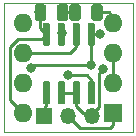
<source format=gtl>
G04 #@! TF.GenerationSoftware,KiCad,Pcbnew,5.1.2-f72e74a~84~ubuntu16.04.1*
G04 #@! TF.CreationDate,2019-06-06T19:13:55+02:00*
G04 #@! TF.ProjectId,rs232-rs485,72733233-322d-4727-9334-38352e6b6963,1.0*
G04 #@! TF.SameCoordinates,Original*
G04 #@! TF.FileFunction,Copper,L1,Top*
G04 #@! TF.FilePolarity,Positive*
%FSLAX46Y46*%
G04 Gerber Fmt 4.6, Leading zero omitted, Abs format (unit mm)*
G04 Created by KiCad (PCBNEW 5.1.2-f72e74a~84~ubuntu16.04.1) date 2019-06-06 19:13:55*
%MOMM*%
%LPD*%
G04 APERTURE LIST*
%ADD10C,0.050000*%
%ADD11O,1.350000X1.350000*%
%ADD12R,1.350000X1.350000*%
%ADD13C,0.100000*%
%ADD14C,0.975000*%
%ADD15C,0.600000*%
%ADD16O,1.600000X1.600000*%
%ADD17R,1.600000X1.600000*%
%ADD18C,0.800000*%
%ADD19C,0.250000*%
G04 APERTURE END LIST*
D10*
X125603000Y-108839000D02*
X125476000Y-108839000D01*
X125476000Y-108712000D02*
X125476000Y-108839000D01*
X125476000Y-97917000D02*
X125603000Y-97917000D01*
X136398000Y-97917000D02*
X136271000Y-97917000D01*
X136271000Y-108839000D02*
X136398000Y-108839000D01*
X136271000Y-108839000D02*
X125603000Y-108839000D01*
X136398000Y-97917000D02*
X136398000Y-108839000D01*
X125603000Y-97917000D02*
X136271000Y-97917000D01*
X125476000Y-108712000D02*
X125476000Y-97917000D01*
D11*
X132930400Y-107467400D03*
X130930400Y-107467400D03*
D12*
X128930400Y-107467400D03*
D13*
G36*
X131791142Y-97980174D02*
G01*
X131814803Y-97983684D01*
X131838007Y-97989496D01*
X131860529Y-97997554D01*
X131882153Y-98007782D01*
X131902670Y-98020079D01*
X131921883Y-98034329D01*
X131939607Y-98050393D01*
X131955671Y-98068117D01*
X131969921Y-98087330D01*
X131982218Y-98107847D01*
X131992446Y-98129471D01*
X132000504Y-98151993D01*
X132006316Y-98175197D01*
X132009826Y-98198858D01*
X132011000Y-98222750D01*
X132011000Y-99135250D01*
X132009826Y-99159142D01*
X132006316Y-99182803D01*
X132000504Y-99206007D01*
X131992446Y-99228529D01*
X131982218Y-99250153D01*
X131969921Y-99270670D01*
X131955671Y-99289883D01*
X131939607Y-99307607D01*
X131921883Y-99323671D01*
X131902670Y-99337921D01*
X131882153Y-99350218D01*
X131860529Y-99360446D01*
X131838007Y-99368504D01*
X131814803Y-99374316D01*
X131791142Y-99377826D01*
X131767250Y-99379000D01*
X131279750Y-99379000D01*
X131255858Y-99377826D01*
X131232197Y-99374316D01*
X131208993Y-99368504D01*
X131186471Y-99360446D01*
X131164847Y-99350218D01*
X131144330Y-99337921D01*
X131125117Y-99323671D01*
X131107393Y-99307607D01*
X131091329Y-99289883D01*
X131077079Y-99270670D01*
X131064782Y-99250153D01*
X131054554Y-99228529D01*
X131046496Y-99206007D01*
X131040684Y-99182803D01*
X131037174Y-99159142D01*
X131036000Y-99135250D01*
X131036000Y-98222750D01*
X131037174Y-98198858D01*
X131040684Y-98175197D01*
X131046496Y-98151993D01*
X131054554Y-98129471D01*
X131064782Y-98107847D01*
X131077079Y-98087330D01*
X131091329Y-98068117D01*
X131107393Y-98050393D01*
X131125117Y-98034329D01*
X131144330Y-98020079D01*
X131164847Y-98007782D01*
X131186471Y-97997554D01*
X131208993Y-97989496D01*
X131232197Y-97983684D01*
X131255858Y-97980174D01*
X131279750Y-97979000D01*
X131767250Y-97979000D01*
X131791142Y-97980174D01*
X131791142Y-97980174D01*
G37*
D14*
X131523500Y-98679000D03*
D13*
G36*
X133666142Y-97980174D02*
G01*
X133689803Y-97983684D01*
X133713007Y-97989496D01*
X133735529Y-97997554D01*
X133757153Y-98007782D01*
X133777670Y-98020079D01*
X133796883Y-98034329D01*
X133814607Y-98050393D01*
X133830671Y-98068117D01*
X133844921Y-98087330D01*
X133857218Y-98107847D01*
X133867446Y-98129471D01*
X133875504Y-98151993D01*
X133881316Y-98175197D01*
X133884826Y-98198858D01*
X133886000Y-98222750D01*
X133886000Y-99135250D01*
X133884826Y-99159142D01*
X133881316Y-99182803D01*
X133875504Y-99206007D01*
X133867446Y-99228529D01*
X133857218Y-99250153D01*
X133844921Y-99270670D01*
X133830671Y-99289883D01*
X133814607Y-99307607D01*
X133796883Y-99323671D01*
X133777670Y-99337921D01*
X133757153Y-99350218D01*
X133735529Y-99360446D01*
X133713007Y-99368504D01*
X133689803Y-99374316D01*
X133666142Y-99377826D01*
X133642250Y-99379000D01*
X133154750Y-99379000D01*
X133130858Y-99377826D01*
X133107197Y-99374316D01*
X133083993Y-99368504D01*
X133061471Y-99360446D01*
X133039847Y-99350218D01*
X133019330Y-99337921D01*
X133000117Y-99323671D01*
X132982393Y-99307607D01*
X132966329Y-99289883D01*
X132952079Y-99270670D01*
X132939782Y-99250153D01*
X132929554Y-99228529D01*
X132921496Y-99206007D01*
X132915684Y-99182803D01*
X132912174Y-99159142D01*
X132911000Y-99135250D01*
X132911000Y-98222750D01*
X132912174Y-98198858D01*
X132915684Y-98175197D01*
X132921496Y-98151993D01*
X132929554Y-98129471D01*
X132939782Y-98107847D01*
X132952079Y-98087330D01*
X132966329Y-98068117D01*
X132982393Y-98050393D01*
X133000117Y-98034329D01*
X133019330Y-98020079D01*
X133039847Y-98007782D01*
X133061471Y-97997554D01*
X133083993Y-97989496D01*
X133107197Y-97983684D01*
X133130858Y-97980174D01*
X133154750Y-97979000D01*
X133642250Y-97979000D01*
X133666142Y-97980174D01*
X133666142Y-97980174D01*
G37*
D14*
X133398500Y-98679000D03*
D13*
G36*
X129259703Y-99550722D02*
G01*
X129274264Y-99552882D01*
X129288543Y-99556459D01*
X129302403Y-99561418D01*
X129315710Y-99567712D01*
X129328336Y-99575280D01*
X129340159Y-99584048D01*
X129351066Y-99593934D01*
X129360952Y-99604841D01*
X129369720Y-99616664D01*
X129377288Y-99629290D01*
X129383582Y-99642597D01*
X129388541Y-99656457D01*
X129392118Y-99670736D01*
X129394278Y-99685297D01*
X129395000Y-99700000D01*
X129395000Y-101350000D01*
X129394278Y-101364703D01*
X129392118Y-101379264D01*
X129388541Y-101393543D01*
X129383582Y-101407403D01*
X129377288Y-101420710D01*
X129369720Y-101433336D01*
X129360952Y-101445159D01*
X129351066Y-101456066D01*
X129340159Y-101465952D01*
X129328336Y-101474720D01*
X129315710Y-101482288D01*
X129302403Y-101488582D01*
X129288543Y-101493541D01*
X129274264Y-101497118D01*
X129259703Y-101499278D01*
X129245000Y-101500000D01*
X128945000Y-101500000D01*
X128930297Y-101499278D01*
X128915736Y-101497118D01*
X128901457Y-101493541D01*
X128887597Y-101488582D01*
X128874290Y-101482288D01*
X128861664Y-101474720D01*
X128849841Y-101465952D01*
X128838934Y-101456066D01*
X128829048Y-101445159D01*
X128820280Y-101433336D01*
X128812712Y-101420710D01*
X128806418Y-101407403D01*
X128801459Y-101393543D01*
X128797882Y-101379264D01*
X128795722Y-101364703D01*
X128795000Y-101350000D01*
X128795000Y-99700000D01*
X128795722Y-99685297D01*
X128797882Y-99670736D01*
X128801459Y-99656457D01*
X128806418Y-99642597D01*
X128812712Y-99629290D01*
X128820280Y-99616664D01*
X128829048Y-99604841D01*
X128838934Y-99593934D01*
X128849841Y-99584048D01*
X128861664Y-99575280D01*
X128874290Y-99567712D01*
X128887597Y-99561418D01*
X128901457Y-99556459D01*
X128915736Y-99552882D01*
X128930297Y-99550722D01*
X128945000Y-99550000D01*
X129245000Y-99550000D01*
X129259703Y-99550722D01*
X129259703Y-99550722D01*
G37*
D15*
X129095000Y-100525000D03*
D13*
G36*
X130529703Y-99550722D02*
G01*
X130544264Y-99552882D01*
X130558543Y-99556459D01*
X130572403Y-99561418D01*
X130585710Y-99567712D01*
X130598336Y-99575280D01*
X130610159Y-99584048D01*
X130621066Y-99593934D01*
X130630952Y-99604841D01*
X130639720Y-99616664D01*
X130647288Y-99629290D01*
X130653582Y-99642597D01*
X130658541Y-99656457D01*
X130662118Y-99670736D01*
X130664278Y-99685297D01*
X130665000Y-99700000D01*
X130665000Y-101350000D01*
X130664278Y-101364703D01*
X130662118Y-101379264D01*
X130658541Y-101393543D01*
X130653582Y-101407403D01*
X130647288Y-101420710D01*
X130639720Y-101433336D01*
X130630952Y-101445159D01*
X130621066Y-101456066D01*
X130610159Y-101465952D01*
X130598336Y-101474720D01*
X130585710Y-101482288D01*
X130572403Y-101488582D01*
X130558543Y-101493541D01*
X130544264Y-101497118D01*
X130529703Y-101499278D01*
X130515000Y-101500000D01*
X130215000Y-101500000D01*
X130200297Y-101499278D01*
X130185736Y-101497118D01*
X130171457Y-101493541D01*
X130157597Y-101488582D01*
X130144290Y-101482288D01*
X130131664Y-101474720D01*
X130119841Y-101465952D01*
X130108934Y-101456066D01*
X130099048Y-101445159D01*
X130090280Y-101433336D01*
X130082712Y-101420710D01*
X130076418Y-101407403D01*
X130071459Y-101393543D01*
X130067882Y-101379264D01*
X130065722Y-101364703D01*
X130065000Y-101350000D01*
X130065000Y-99700000D01*
X130065722Y-99685297D01*
X130067882Y-99670736D01*
X130071459Y-99656457D01*
X130076418Y-99642597D01*
X130082712Y-99629290D01*
X130090280Y-99616664D01*
X130099048Y-99604841D01*
X130108934Y-99593934D01*
X130119841Y-99584048D01*
X130131664Y-99575280D01*
X130144290Y-99567712D01*
X130157597Y-99561418D01*
X130171457Y-99556459D01*
X130185736Y-99552882D01*
X130200297Y-99550722D01*
X130215000Y-99550000D01*
X130515000Y-99550000D01*
X130529703Y-99550722D01*
X130529703Y-99550722D01*
G37*
D15*
X130365000Y-100525000D03*
D13*
G36*
X131799703Y-99550722D02*
G01*
X131814264Y-99552882D01*
X131828543Y-99556459D01*
X131842403Y-99561418D01*
X131855710Y-99567712D01*
X131868336Y-99575280D01*
X131880159Y-99584048D01*
X131891066Y-99593934D01*
X131900952Y-99604841D01*
X131909720Y-99616664D01*
X131917288Y-99629290D01*
X131923582Y-99642597D01*
X131928541Y-99656457D01*
X131932118Y-99670736D01*
X131934278Y-99685297D01*
X131935000Y-99700000D01*
X131935000Y-101350000D01*
X131934278Y-101364703D01*
X131932118Y-101379264D01*
X131928541Y-101393543D01*
X131923582Y-101407403D01*
X131917288Y-101420710D01*
X131909720Y-101433336D01*
X131900952Y-101445159D01*
X131891066Y-101456066D01*
X131880159Y-101465952D01*
X131868336Y-101474720D01*
X131855710Y-101482288D01*
X131842403Y-101488582D01*
X131828543Y-101493541D01*
X131814264Y-101497118D01*
X131799703Y-101499278D01*
X131785000Y-101500000D01*
X131485000Y-101500000D01*
X131470297Y-101499278D01*
X131455736Y-101497118D01*
X131441457Y-101493541D01*
X131427597Y-101488582D01*
X131414290Y-101482288D01*
X131401664Y-101474720D01*
X131389841Y-101465952D01*
X131378934Y-101456066D01*
X131369048Y-101445159D01*
X131360280Y-101433336D01*
X131352712Y-101420710D01*
X131346418Y-101407403D01*
X131341459Y-101393543D01*
X131337882Y-101379264D01*
X131335722Y-101364703D01*
X131335000Y-101350000D01*
X131335000Y-99700000D01*
X131335722Y-99685297D01*
X131337882Y-99670736D01*
X131341459Y-99656457D01*
X131346418Y-99642597D01*
X131352712Y-99629290D01*
X131360280Y-99616664D01*
X131369048Y-99604841D01*
X131378934Y-99593934D01*
X131389841Y-99584048D01*
X131401664Y-99575280D01*
X131414290Y-99567712D01*
X131427597Y-99561418D01*
X131441457Y-99556459D01*
X131455736Y-99552882D01*
X131470297Y-99550722D01*
X131485000Y-99550000D01*
X131785000Y-99550000D01*
X131799703Y-99550722D01*
X131799703Y-99550722D01*
G37*
D15*
X131635000Y-100525000D03*
D13*
G36*
X133069703Y-99550722D02*
G01*
X133084264Y-99552882D01*
X133098543Y-99556459D01*
X133112403Y-99561418D01*
X133125710Y-99567712D01*
X133138336Y-99575280D01*
X133150159Y-99584048D01*
X133161066Y-99593934D01*
X133170952Y-99604841D01*
X133179720Y-99616664D01*
X133187288Y-99629290D01*
X133193582Y-99642597D01*
X133198541Y-99656457D01*
X133202118Y-99670736D01*
X133204278Y-99685297D01*
X133205000Y-99700000D01*
X133205000Y-101350000D01*
X133204278Y-101364703D01*
X133202118Y-101379264D01*
X133198541Y-101393543D01*
X133193582Y-101407403D01*
X133187288Y-101420710D01*
X133179720Y-101433336D01*
X133170952Y-101445159D01*
X133161066Y-101456066D01*
X133150159Y-101465952D01*
X133138336Y-101474720D01*
X133125710Y-101482288D01*
X133112403Y-101488582D01*
X133098543Y-101493541D01*
X133084264Y-101497118D01*
X133069703Y-101499278D01*
X133055000Y-101500000D01*
X132755000Y-101500000D01*
X132740297Y-101499278D01*
X132725736Y-101497118D01*
X132711457Y-101493541D01*
X132697597Y-101488582D01*
X132684290Y-101482288D01*
X132671664Y-101474720D01*
X132659841Y-101465952D01*
X132648934Y-101456066D01*
X132639048Y-101445159D01*
X132630280Y-101433336D01*
X132622712Y-101420710D01*
X132616418Y-101407403D01*
X132611459Y-101393543D01*
X132607882Y-101379264D01*
X132605722Y-101364703D01*
X132605000Y-101350000D01*
X132605000Y-99700000D01*
X132605722Y-99685297D01*
X132607882Y-99670736D01*
X132611459Y-99656457D01*
X132616418Y-99642597D01*
X132622712Y-99629290D01*
X132630280Y-99616664D01*
X132639048Y-99604841D01*
X132648934Y-99593934D01*
X132659841Y-99584048D01*
X132671664Y-99575280D01*
X132684290Y-99567712D01*
X132697597Y-99561418D01*
X132711457Y-99556459D01*
X132725736Y-99552882D01*
X132740297Y-99550722D01*
X132755000Y-99550000D01*
X133055000Y-99550000D01*
X133069703Y-99550722D01*
X133069703Y-99550722D01*
G37*
D15*
X132905000Y-100525000D03*
D13*
G36*
X133069703Y-104500722D02*
G01*
X133084264Y-104502882D01*
X133098543Y-104506459D01*
X133112403Y-104511418D01*
X133125710Y-104517712D01*
X133138336Y-104525280D01*
X133150159Y-104534048D01*
X133161066Y-104543934D01*
X133170952Y-104554841D01*
X133179720Y-104566664D01*
X133187288Y-104579290D01*
X133193582Y-104592597D01*
X133198541Y-104606457D01*
X133202118Y-104620736D01*
X133204278Y-104635297D01*
X133205000Y-104650000D01*
X133205000Y-106300000D01*
X133204278Y-106314703D01*
X133202118Y-106329264D01*
X133198541Y-106343543D01*
X133193582Y-106357403D01*
X133187288Y-106370710D01*
X133179720Y-106383336D01*
X133170952Y-106395159D01*
X133161066Y-106406066D01*
X133150159Y-106415952D01*
X133138336Y-106424720D01*
X133125710Y-106432288D01*
X133112403Y-106438582D01*
X133098543Y-106443541D01*
X133084264Y-106447118D01*
X133069703Y-106449278D01*
X133055000Y-106450000D01*
X132755000Y-106450000D01*
X132740297Y-106449278D01*
X132725736Y-106447118D01*
X132711457Y-106443541D01*
X132697597Y-106438582D01*
X132684290Y-106432288D01*
X132671664Y-106424720D01*
X132659841Y-106415952D01*
X132648934Y-106406066D01*
X132639048Y-106395159D01*
X132630280Y-106383336D01*
X132622712Y-106370710D01*
X132616418Y-106357403D01*
X132611459Y-106343543D01*
X132607882Y-106329264D01*
X132605722Y-106314703D01*
X132605000Y-106300000D01*
X132605000Y-104650000D01*
X132605722Y-104635297D01*
X132607882Y-104620736D01*
X132611459Y-104606457D01*
X132616418Y-104592597D01*
X132622712Y-104579290D01*
X132630280Y-104566664D01*
X132639048Y-104554841D01*
X132648934Y-104543934D01*
X132659841Y-104534048D01*
X132671664Y-104525280D01*
X132684290Y-104517712D01*
X132697597Y-104511418D01*
X132711457Y-104506459D01*
X132725736Y-104502882D01*
X132740297Y-104500722D01*
X132755000Y-104500000D01*
X133055000Y-104500000D01*
X133069703Y-104500722D01*
X133069703Y-104500722D01*
G37*
D15*
X132905000Y-105475000D03*
D13*
G36*
X131799703Y-104500722D02*
G01*
X131814264Y-104502882D01*
X131828543Y-104506459D01*
X131842403Y-104511418D01*
X131855710Y-104517712D01*
X131868336Y-104525280D01*
X131880159Y-104534048D01*
X131891066Y-104543934D01*
X131900952Y-104554841D01*
X131909720Y-104566664D01*
X131917288Y-104579290D01*
X131923582Y-104592597D01*
X131928541Y-104606457D01*
X131932118Y-104620736D01*
X131934278Y-104635297D01*
X131935000Y-104650000D01*
X131935000Y-106300000D01*
X131934278Y-106314703D01*
X131932118Y-106329264D01*
X131928541Y-106343543D01*
X131923582Y-106357403D01*
X131917288Y-106370710D01*
X131909720Y-106383336D01*
X131900952Y-106395159D01*
X131891066Y-106406066D01*
X131880159Y-106415952D01*
X131868336Y-106424720D01*
X131855710Y-106432288D01*
X131842403Y-106438582D01*
X131828543Y-106443541D01*
X131814264Y-106447118D01*
X131799703Y-106449278D01*
X131785000Y-106450000D01*
X131485000Y-106450000D01*
X131470297Y-106449278D01*
X131455736Y-106447118D01*
X131441457Y-106443541D01*
X131427597Y-106438582D01*
X131414290Y-106432288D01*
X131401664Y-106424720D01*
X131389841Y-106415952D01*
X131378934Y-106406066D01*
X131369048Y-106395159D01*
X131360280Y-106383336D01*
X131352712Y-106370710D01*
X131346418Y-106357403D01*
X131341459Y-106343543D01*
X131337882Y-106329264D01*
X131335722Y-106314703D01*
X131335000Y-106300000D01*
X131335000Y-104650000D01*
X131335722Y-104635297D01*
X131337882Y-104620736D01*
X131341459Y-104606457D01*
X131346418Y-104592597D01*
X131352712Y-104579290D01*
X131360280Y-104566664D01*
X131369048Y-104554841D01*
X131378934Y-104543934D01*
X131389841Y-104534048D01*
X131401664Y-104525280D01*
X131414290Y-104517712D01*
X131427597Y-104511418D01*
X131441457Y-104506459D01*
X131455736Y-104502882D01*
X131470297Y-104500722D01*
X131485000Y-104500000D01*
X131785000Y-104500000D01*
X131799703Y-104500722D01*
X131799703Y-104500722D01*
G37*
D15*
X131635000Y-105475000D03*
D13*
G36*
X130529703Y-104500722D02*
G01*
X130544264Y-104502882D01*
X130558543Y-104506459D01*
X130572403Y-104511418D01*
X130585710Y-104517712D01*
X130598336Y-104525280D01*
X130610159Y-104534048D01*
X130621066Y-104543934D01*
X130630952Y-104554841D01*
X130639720Y-104566664D01*
X130647288Y-104579290D01*
X130653582Y-104592597D01*
X130658541Y-104606457D01*
X130662118Y-104620736D01*
X130664278Y-104635297D01*
X130665000Y-104650000D01*
X130665000Y-106300000D01*
X130664278Y-106314703D01*
X130662118Y-106329264D01*
X130658541Y-106343543D01*
X130653582Y-106357403D01*
X130647288Y-106370710D01*
X130639720Y-106383336D01*
X130630952Y-106395159D01*
X130621066Y-106406066D01*
X130610159Y-106415952D01*
X130598336Y-106424720D01*
X130585710Y-106432288D01*
X130572403Y-106438582D01*
X130558543Y-106443541D01*
X130544264Y-106447118D01*
X130529703Y-106449278D01*
X130515000Y-106450000D01*
X130215000Y-106450000D01*
X130200297Y-106449278D01*
X130185736Y-106447118D01*
X130171457Y-106443541D01*
X130157597Y-106438582D01*
X130144290Y-106432288D01*
X130131664Y-106424720D01*
X130119841Y-106415952D01*
X130108934Y-106406066D01*
X130099048Y-106395159D01*
X130090280Y-106383336D01*
X130082712Y-106370710D01*
X130076418Y-106357403D01*
X130071459Y-106343543D01*
X130067882Y-106329264D01*
X130065722Y-106314703D01*
X130065000Y-106300000D01*
X130065000Y-104650000D01*
X130065722Y-104635297D01*
X130067882Y-104620736D01*
X130071459Y-104606457D01*
X130076418Y-104592597D01*
X130082712Y-104579290D01*
X130090280Y-104566664D01*
X130099048Y-104554841D01*
X130108934Y-104543934D01*
X130119841Y-104534048D01*
X130131664Y-104525280D01*
X130144290Y-104517712D01*
X130157597Y-104511418D01*
X130171457Y-104506459D01*
X130185736Y-104502882D01*
X130200297Y-104500722D01*
X130215000Y-104500000D01*
X130515000Y-104500000D01*
X130529703Y-104500722D01*
X130529703Y-104500722D01*
G37*
D15*
X130365000Y-105475000D03*
D13*
G36*
X129259703Y-104500722D02*
G01*
X129274264Y-104502882D01*
X129288543Y-104506459D01*
X129302403Y-104511418D01*
X129315710Y-104517712D01*
X129328336Y-104525280D01*
X129340159Y-104534048D01*
X129351066Y-104543934D01*
X129360952Y-104554841D01*
X129369720Y-104566664D01*
X129377288Y-104579290D01*
X129383582Y-104592597D01*
X129388541Y-104606457D01*
X129392118Y-104620736D01*
X129394278Y-104635297D01*
X129395000Y-104650000D01*
X129395000Y-106300000D01*
X129394278Y-106314703D01*
X129392118Y-106329264D01*
X129388541Y-106343543D01*
X129383582Y-106357403D01*
X129377288Y-106370710D01*
X129369720Y-106383336D01*
X129360952Y-106395159D01*
X129351066Y-106406066D01*
X129340159Y-106415952D01*
X129328336Y-106424720D01*
X129315710Y-106432288D01*
X129302403Y-106438582D01*
X129288543Y-106443541D01*
X129274264Y-106447118D01*
X129259703Y-106449278D01*
X129245000Y-106450000D01*
X128945000Y-106450000D01*
X128930297Y-106449278D01*
X128915736Y-106447118D01*
X128901457Y-106443541D01*
X128887597Y-106438582D01*
X128874290Y-106432288D01*
X128861664Y-106424720D01*
X128849841Y-106415952D01*
X128838934Y-106406066D01*
X128829048Y-106395159D01*
X128820280Y-106383336D01*
X128812712Y-106370710D01*
X128806418Y-106357403D01*
X128801459Y-106343543D01*
X128797882Y-106329264D01*
X128795722Y-106314703D01*
X128795000Y-106300000D01*
X128795000Y-104650000D01*
X128795722Y-104635297D01*
X128797882Y-104620736D01*
X128801459Y-104606457D01*
X128806418Y-104592597D01*
X128812712Y-104579290D01*
X128820280Y-104566664D01*
X128829048Y-104554841D01*
X128838934Y-104543934D01*
X128849841Y-104534048D01*
X128861664Y-104525280D01*
X128874290Y-104517712D01*
X128887597Y-104511418D01*
X128901457Y-104506459D01*
X128915736Y-104502882D01*
X128930297Y-104500722D01*
X128945000Y-104500000D01*
X129245000Y-104500000D01*
X129259703Y-104500722D01*
X129259703Y-104500722D01*
G37*
D15*
X129095000Y-105475000D03*
D16*
X127127000Y-107188000D03*
X134747000Y-99568000D03*
X127127000Y-104648000D03*
X134747000Y-102108000D03*
X127127000Y-102108000D03*
X134747000Y-104648000D03*
X127127000Y-99568000D03*
D17*
X134747000Y-107188000D03*
D13*
G36*
X128870142Y-97980174D02*
G01*
X128893803Y-97983684D01*
X128917007Y-97989496D01*
X128939529Y-97997554D01*
X128961153Y-98007782D01*
X128981670Y-98020079D01*
X129000883Y-98034329D01*
X129018607Y-98050393D01*
X129034671Y-98068117D01*
X129048921Y-98087330D01*
X129061218Y-98107847D01*
X129071446Y-98129471D01*
X129079504Y-98151993D01*
X129085316Y-98175197D01*
X129088826Y-98198858D01*
X129090000Y-98222750D01*
X129090000Y-99135250D01*
X129088826Y-99159142D01*
X129085316Y-99182803D01*
X129079504Y-99206007D01*
X129071446Y-99228529D01*
X129061218Y-99250153D01*
X129048921Y-99270670D01*
X129034671Y-99289883D01*
X129018607Y-99307607D01*
X129000883Y-99323671D01*
X128981670Y-99337921D01*
X128961153Y-99350218D01*
X128939529Y-99360446D01*
X128917007Y-99368504D01*
X128893803Y-99374316D01*
X128870142Y-99377826D01*
X128846250Y-99379000D01*
X128358750Y-99379000D01*
X128334858Y-99377826D01*
X128311197Y-99374316D01*
X128287993Y-99368504D01*
X128265471Y-99360446D01*
X128243847Y-99350218D01*
X128223330Y-99337921D01*
X128204117Y-99323671D01*
X128186393Y-99307607D01*
X128170329Y-99289883D01*
X128156079Y-99270670D01*
X128143782Y-99250153D01*
X128133554Y-99228529D01*
X128125496Y-99206007D01*
X128119684Y-99182803D01*
X128116174Y-99159142D01*
X128115000Y-99135250D01*
X128115000Y-98222750D01*
X128116174Y-98198858D01*
X128119684Y-98175197D01*
X128125496Y-98151993D01*
X128133554Y-98129471D01*
X128143782Y-98107847D01*
X128156079Y-98087330D01*
X128170329Y-98068117D01*
X128186393Y-98050393D01*
X128204117Y-98034329D01*
X128223330Y-98020079D01*
X128243847Y-98007782D01*
X128265471Y-97997554D01*
X128287993Y-97989496D01*
X128311197Y-97983684D01*
X128334858Y-97980174D01*
X128358750Y-97979000D01*
X128846250Y-97979000D01*
X128870142Y-97980174D01*
X128870142Y-97980174D01*
G37*
D14*
X128602500Y-98679000D03*
D13*
G36*
X130745142Y-97980174D02*
G01*
X130768803Y-97983684D01*
X130792007Y-97989496D01*
X130814529Y-97997554D01*
X130836153Y-98007782D01*
X130856670Y-98020079D01*
X130875883Y-98034329D01*
X130893607Y-98050393D01*
X130909671Y-98068117D01*
X130923921Y-98087330D01*
X130936218Y-98107847D01*
X130946446Y-98129471D01*
X130954504Y-98151993D01*
X130960316Y-98175197D01*
X130963826Y-98198858D01*
X130965000Y-98222750D01*
X130965000Y-99135250D01*
X130963826Y-99159142D01*
X130960316Y-99182803D01*
X130954504Y-99206007D01*
X130946446Y-99228529D01*
X130936218Y-99250153D01*
X130923921Y-99270670D01*
X130909671Y-99289883D01*
X130893607Y-99307607D01*
X130875883Y-99323671D01*
X130856670Y-99337921D01*
X130836153Y-99350218D01*
X130814529Y-99360446D01*
X130792007Y-99368504D01*
X130768803Y-99374316D01*
X130745142Y-99377826D01*
X130721250Y-99379000D01*
X130233750Y-99379000D01*
X130209858Y-99377826D01*
X130186197Y-99374316D01*
X130162993Y-99368504D01*
X130140471Y-99360446D01*
X130118847Y-99350218D01*
X130098330Y-99337921D01*
X130079117Y-99323671D01*
X130061393Y-99307607D01*
X130045329Y-99289883D01*
X130031079Y-99270670D01*
X130018782Y-99250153D01*
X130008554Y-99228529D01*
X130000496Y-99206007D01*
X129994684Y-99182803D01*
X129991174Y-99159142D01*
X129990000Y-99135250D01*
X129990000Y-98222750D01*
X129991174Y-98198858D01*
X129994684Y-98175197D01*
X130000496Y-98151993D01*
X130008554Y-98129471D01*
X130018782Y-98107847D01*
X130031079Y-98087330D01*
X130045329Y-98068117D01*
X130061393Y-98050393D01*
X130079117Y-98034329D01*
X130098330Y-98020079D01*
X130118847Y-98007782D01*
X130140471Y-97997554D01*
X130162993Y-97989496D01*
X130186197Y-97983684D01*
X130209858Y-97980174D01*
X130233750Y-97979000D01*
X130721250Y-97979000D01*
X130745142Y-97980174D01*
X130745142Y-97980174D01*
G37*
D14*
X130477500Y-98679000D03*
D18*
X130463980Y-100457000D03*
X127806978Y-103377991D03*
X132867400Y-103149400D03*
X133629400Y-100482400D03*
X133858000Y-103505000D03*
X130907000Y-104010763D03*
D19*
X128602500Y-100032500D02*
X129095000Y-100525000D01*
X128602500Y-98679000D02*
X128602500Y-100032500D01*
X127127000Y-107188000D02*
X126001999Y-106062999D01*
X126001999Y-106062999D02*
X126001999Y-101567999D01*
X126001999Y-101567999D02*
X126674288Y-100895710D01*
X128724290Y-100895710D02*
X129095000Y-100525000D01*
X126674288Y-100895710D02*
X128724290Y-100895710D01*
X131523500Y-98679000D02*
X130477500Y-98679000D01*
X134747000Y-99568000D02*
X134747000Y-99060000D01*
X134366000Y-98679000D02*
X133398500Y-98679000D01*
X134747000Y-99060000D02*
X134366000Y-98679000D01*
X130433000Y-100457000D02*
X130365000Y-100525000D01*
X130463980Y-100457000D02*
X130433000Y-100457000D01*
X134747000Y-104648000D02*
X134747000Y-102108000D01*
X131635000Y-100525000D02*
X131635000Y-101600000D01*
X131635000Y-101600000D02*
X131127000Y-102108000D01*
X128258370Y-102108000D02*
X127127000Y-102108000D01*
X131127000Y-102108000D02*
X128258370Y-102108000D01*
X132905000Y-100525000D02*
X132905000Y-102789569D01*
X132551415Y-103143154D02*
X128041815Y-103143154D01*
X128041815Y-103143154D02*
X127806978Y-103377991D01*
X132905000Y-102789569D02*
X132551415Y-103143154D01*
X132551415Y-103143154D02*
X132861154Y-103143154D01*
X132861154Y-103143154D02*
X132867400Y-103149400D01*
X132947600Y-100482400D02*
X132905000Y-100525000D01*
X133629400Y-100482400D02*
X132947600Y-100482400D01*
X131605399Y-108142399D02*
X130930400Y-107467400D01*
X131930401Y-108467401D02*
X131605399Y-108142399D01*
X134517599Y-108467401D02*
X131930401Y-108467401D01*
X134747000Y-108238000D02*
X134517599Y-108467401D01*
X134747000Y-107188000D02*
X134747000Y-108238000D01*
X131635000Y-106616000D02*
X131635000Y-105475000D01*
X131635000Y-105475000D02*
X130365000Y-105475000D01*
X133530010Y-106677790D02*
X133530010Y-103832990D01*
X133530010Y-103832990D02*
X133858000Y-103505000D01*
X132930400Y-107467400D02*
X132930400Y-107277400D01*
X132930400Y-107277400D02*
X133530010Y-106677790D01*
X132181600Y-107162600D02*
X131635000Y-106616000D01*
X132625600Y-107162600D02*
X132930400Y-107467400D01*
X132181600Y-107162600D02*
X132625600Y-107162600D01*
X128930400Y-107467400D02*
X128930400Y-106781600D01*
X129095000Y-106617000D02*
X129095000Y-105475000D01*
X128930400Y-106781600D02*
X129095000Y-106617000D01*
X132905000Y-105475000D02*
X132905000Y-104400000D01*
X132515763Y-104010763D02*
X130907000Y-104010763D01*
X132905000Y-104400000D02*
X132515763Y-104010763D01*
M02*

</source>
